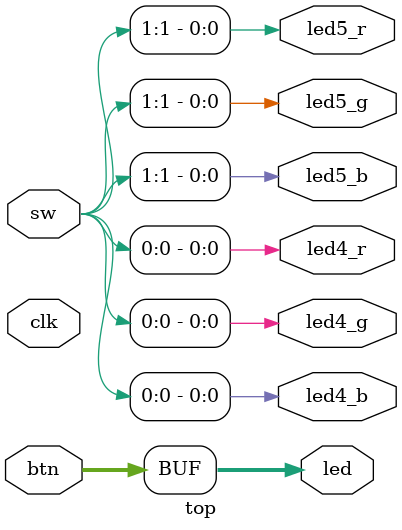
<source format=v>
module top (
    input wire clk,
    input wire [1:0] sw,
    input wire [3:0] btn,
    output wire [3:0] led,
    output wire led4_b,
    output wire led4_g,
    output wire led4_r,
    output wire led5_b,
    output wire led5_g,
    output wire led5_r
);
  assign led = btn;
  assign {led4_b, led4_g, led4_r} = {3{sw[0]}};
  assign {led5_b, led5_g, led5_r} = {3{sw[1]}};
endmodule

</source>
